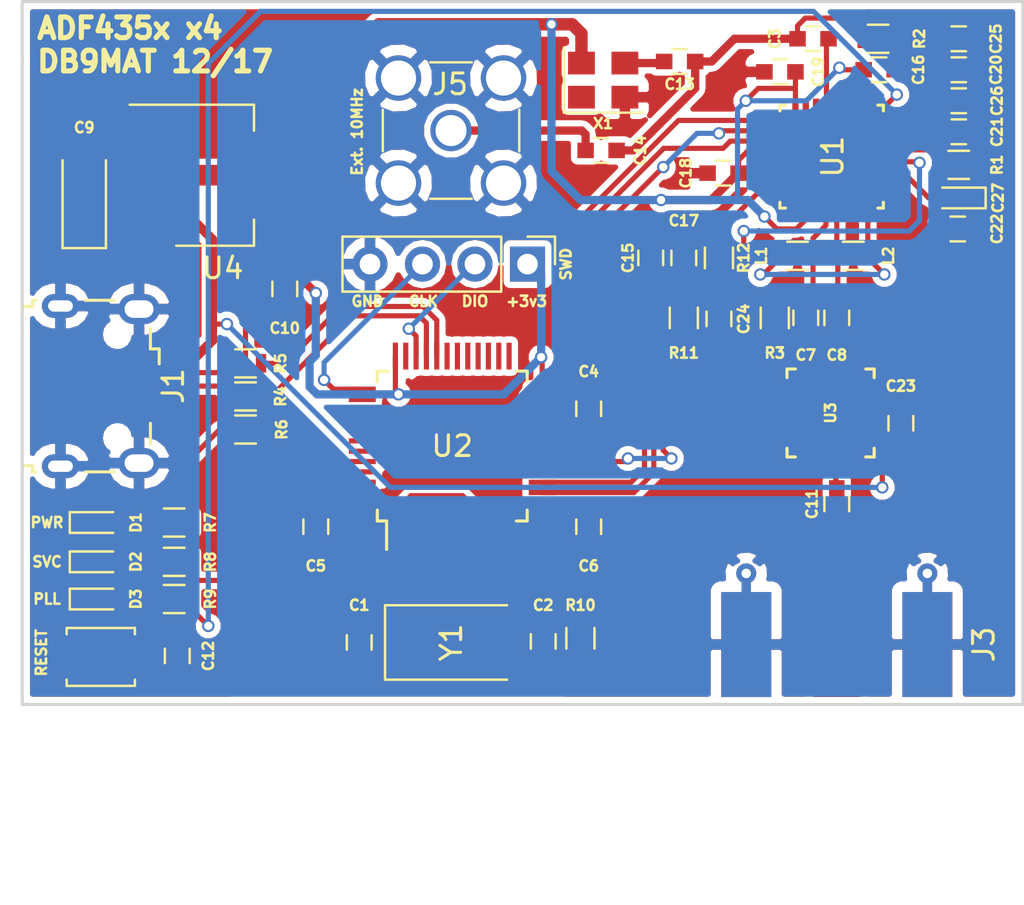
<source format=kicad_pcb>
(kicad_pcb (version 4) (host pcbnew 4.0.7)
  (layers (0 F.Cu signal) (31 B.Cu signal) (34 B.Paste user) (35 F.Paste user) (36 B.SilkS user) (37 F.SilkS user) (38 B.Mask user) (39 F.Mask user) (44 Edge.Cuts user))
  (net 0 "")
  (net 1 GND)
  (net 2 "Net-(C1-Pad1)")
  (net 3 "Net-(C2-Pad1)")
  (net 4 10MHz_REF)
  (net 5 "Net-(C3-Pad1)")
  (net 6 +3V3)
  (net 7 "Net-(C7-Pad2)")
  (net 8 "Net-(C7-Pad1)")
  (net 9 "Net-(C8-Pad2)")
  (net 10 "Net-(C8-Pad1)")
  (net 11 +5V)
  (net 12 "Net-(C11-Pad2)")
  (net 13 "Net-(C11-Pad1)")
  (net 14 NRST)
  (net 15 "Net-(C13-Pad2)")
  (net 16 "Net-(C14-Pad2)")
  (net 17 ADF4350_CPOUT)
  (net 18 "Net-(C17-Pad1)")
  (net 19 ADF4350_VREF)
  (net 20 ADF4350_VCOM)
  (net 21 ADF4350_TEMP)
  (net 22 ADF4350_VTUNE)
  (net 23 "Net-(D1-Pad2)")
  (net 24 "Net-(D2-Pad2)")
  (net 25 LED)
  (net 26 "Net-(D3-Pad2)")
  (net 27 "Net-(J1-Pad2)")
  (net 28 "Net-(J1-Pad3)")
  (net 29 ADF4350_CLK)
  (net 30 ADF4350_DATA)
  (net 31 ADF4350_LE)
  (net 32 ADF4350_MUXOUT)
  (net 33 ADF4350_LD)
  (net 34 SWDIO)
  (net 35 SWCLK)
  (net 36 ADF4350_VVCO)
  (net 37 "Net-(R1-Pad1)")
  (net 38 USBDP)
  (net 39 USBDM)
  (net 40 "Net-(U1-Pad5)")
  (net 41 "Net-(U1-Pad14)")
  (net 42 "Net-(U1-Pad15)")
  (module Capacitors_SMD:C_0603 (layer F.Cu) (at 155.9 82 270)
    (fp_text reference C1 (at -1.8 0 360) (layer F.SilkS) (effects (font (size 0.5 0.5) (thickness 0.125))))
    (fp_text value 20p)
    (pad 2 smd rect (at 0.75 0 270) (size 0.8 0.75) (layers F.Cu F.Paste F.Mask) (net 1 GND))
    (pad 1 smd rect (at -0.75 0 270) (size 0.8 0.75) (layers F.Cu F.Paste F.Mask) (net 2 "Net-(C1-Pad1)"))
  )
  (module Capacitors_SMD:C_0603 (layer F.Cu) (at 164.8 81.95 270)
    (fp_text reference C2 (at -1.75 0 360) (layer F.SilkS) (effects (font (size 0.5 0.5) (thickness 0.125))))
    (fp_text value 20p)
    (pad 2 smd rect (at 0.75 0 270) (size 0.8 0.75) (layers F.Cu F.Paste F.Mask) (net 1 GND))
    (pad 1 smd rect (at -0.75 0 270) (size 0.8 0.75) (layers F.Cu F.Paste F.Mask) (net 3 "Net-(C2-Pad1)"))
  )
  (module Capacitors_SMD:C_0603 (layer F.Cu) (at 177.85 52.8 180)
    (fp_text reference C3 (at 1.85 0 270) (layer F.SilkS) (effects (font (size 0.5 0.5) (thickness 0.125))))
    (fp_text value 1n)
    (pad 2 smd rect (at 0.75 0 180) (size 0.8 0.75) (layers F.Cu F.Paste F.Mask) (net 4 10MHz_REF))
    (pad 1 smd rect (at -0.75 0 180) (size 0.8 0.75) (layers F.Cu F.Paste F.Mask) (net 5 "Net-(C3-Pad1)"))
  )
  (module Capacitors_SMD:C_0603 (layer F.Cu) (at 167 70.7 270)
    (fp_text reference C4 (at -1.8 0 360) (layer F.SilkS) (effects (font (size 0.5 0.5) (thickness 0.125))))
    (fp_text value 100n)
    (pad 2 smd rect (at 0.75 0 270) (size 0.8 0.75) (layers F.Cu F.Paste F.Mask) (net 1 GND))
    (pad 1 smd rect (at -0.75 0 270) (size 0.8 0.75) (layers F.Cu F.Paste F.Mask) (net 6 +3V3))
  )
  (module Capacitors_SMD:C_0603 (layer F.Cu) (at 153.8 76.4 270)
    (fp_text reference C5 (at 1.9 0 360) (layer F.SilkS) (effects (font (size 0.5 0.5) (thickness 0.125))))
    (fp_text value 100n)
    (pad 2 smd rect (at 0.75 0 270) (size 0.8 0.75) (layers F.Cu F.Paste F.Mask) (net 1 GND))
    (pad 1 smd rect (at -0.75 0 270) (size 0.8 0.75) (layers F.Cu F.Paste F.Mask) (net 6 +3V3))
  )
  (module Capacitors_SMD:C_0603 (layer F.Cu) (at 167 76.4 90)
    (fp_text reference C6 (at -1.9 0 180) (layer F.SilkS) (effects (font (size 0.5 0.5) (thickness 0.125))))
    (fp_text value 100n)
    (pad 2 smd rect (at 0.75 0 90) (size 0.8 0.75) (layers F.Cu F.Paste F.Mask) (net 1 GND))
    (pad 1 smd rect (at -0.75 0 90) (size 0.8 0.75) (layers F.Cu F.Paste F.Mask) (net 6 +3V3))
  )
  (module Capacitors_SMD:C_0603 (layer F.Cu) (at 177.5 66.3 90)
    (fp_text reference C7 (at -1.8 0 180) (layer F.SilkS) (effects (font (size 0.5 0.5) (thickness 0.125))))
    (fp_text value 1n)
    (pad 2 smd rect (at 0.75 0 90) (size 0.8 0.75) (layers F.Cu F.Paste F.Mask) (net 7 "Net-(C7-Pad2)"))
    (pad 1 smd rect (at -0.75 0 90) (size 0.8 0.75) (layers F.Cu F.Paste F.Mask) (net 8 "Net-(C7-Pad1)"))
  )
  (module Capacitors_SMD:C_0603 (layer F.Cu) (at 179 66.3 90)
    (fp_text reference C8 (at -1.8 0 180) (layer F.SilkS) (effects (font (size 0.5 0.5) (thickness 0.125))))
    (fp_text value 1n)
    (pad 2 smd rect (at 0.75 0 90) (size 0.8 0.75) (layers F.Cu F.Paste F.Mask) (net 9 "Net-(C8-Pad2)"))
    (pad 1 smd rect (at -0.75 0 90) (size 0.8 0.75) (layers F.Cu F.Paste F.Mask) (net 10 "Net-(C8-Pad1)"))
  )
  (module Capacitors_Tantalum_SMD:CP_Tantalum_Case-A_EIA-3216-18_Reflow (layer F.Cu) (at 142.6 60.275 90)
    (fp_text reference C9 (at 3.175 0 180) (layer F.SilkS) (effects (font (size 0.5 0.5) (thickness 0.125))))
    (fp_text value 10u)
    (pad 1 smd rect (at -1.375 0 90) (size 1.95 1.5) (layers F.Cu F.Paste F.Mask) (net 11 +5V))
    (pad 2 smd rect (at 1.375 0 90) (size 1.95 1.5) (layers F.Cu F.Paste F.Mask) (net 1 GND))
  )
  (module Capacitors_SMD:C_0603 (layer F.Cu) (at 152.3 64.9 270)
    (fp_text reference C10 (at 1.9 0 360) (layer F.SilkS) (effects (font (size 0.5 0.5) (thickness 0.125))))
    (fp_text value 10u)
    (pad 2 smd rect (at 0.75 0 270) (size 0.8 0.75) (layers F.Cu F.Paste F.Mask) (net 1 GND))
    (pad 1 smd rect (at -0.75 0 270) (size 0.8 0.75) (layers F.Cu F.Paste F.Mask) (net 6 +3V3))
  )
  (module Capacitors_SMD:C_0603 (layer F.Cu) (at 179 75.3 90)
    (fp_text reference C11 (at 0 -1.2 90) (layer F.SilkS) (effects (font (size 0.5 0.5) (thickness 0.125))))
    (fp_text value 1n)
    (pad 2 smd rect (at 0.75 0 90) (size 0.8 0.75) (layers F.Cu F.Paste F.Mask) (net 12 "Net-(C11-Pad2)"))
    (pad 1 smd rect (at -0.75 0 90) (size 0.8 0.75) (layers F.Cu F.Paste F.Mask) (net 13 "Net-(C11-Pad1)"))
  )
  (module Capacitors_SMD:C_0603 (layer F.Cu) (at 147.1 82.65 270)
    (fp_text reference C12 (at 0 -1.5 270) (layer F.SilkS) (effects (font (size 0.5 0.5) (thickness 0.125))))
    (fp_text value 100n)
    (pad 2 smd rect (at 0.75 0 270) (size 0.8 0.75) (layers F.Cu F.Paste F.Mask) (net 1 GND))
    (pad 1 smd rect (at -0.75 0 270) (size 0.8 0.75) (layers F.Cu F.Paste F.Mask) (net 14 NRST))
  )
  (module Capacitors_SMD:C_0603 (layer F.Cu) (at 171.4 53.9 180)
    (fp_text reference C13 (at 0 -1.1 180) (layer F.SilkS) (effects (font (size 0.5 0.5) (thickness 0.125))))
    (fp_text value 1n)
    (pad 2 smd rect (at 0.75 0 180) (size 0.8 0.75) (layers F.Cu F.Paste F.Mask) (net 15 "Net-(C13-Pad2)"))
    (pad 1 smd rect (at -0.75 0 180) (size 0.8 0.75) (layers F.Cu F.Paste F.Mask) (net 4 10MHz_REF))
  )
  (module Capacitors_SMD:C_0603 (layer F.Cu) (at 167.6 58.2 180)
    (fp_text reference C14 (at -1.9 0 270) (layer F.SilkS) (effects (font (size 0.5 0.5) (thickness 0.125))))
    (fp_text value 1n)
    (pad 2 smd rect (at 0.75 0 180) (size 0.8 0.75) (layers F.Cu F.Paste F.Mask) (net 16 "Net-(C14-Pad2)"))
    (pad 1 smd rect (at -0.75 0 180) (size 0.8 0.75) (layers F.Cu F.Paste F.Mask) (net 4 10MHz_REF))
  )
  (module Capacitors_SMD:C_0603 (layer F.Cu) (at 170 63.4 90)
    (fp_text reference C15 (at 0 -1.1 90) (layer F.SilkS) (effects (font (size 0.5 0.5) (thickness 0.125))))
    (fp_text value 2700p)
    (pad 2 smd rect (at 0.75 0 90) (size 0.8 0.75) (layers F.Cu F.Paste F.Mask) (net 17 ADF4350_CPOUT))
    (pad 1 smd rect (at -0.75 0 90) (size 0.8 0.75) (layers F.Cu F.Paste F.Mask) (net 1 GND))
  )
  (module Capacitors_SMD:C_0603 (layer F.Cu) (at 181.05 54.3 180)
    (fp_text reference C16 (at -1.9 0 270) (layer F.SilkS) (effects (font (size 0.5 0.5) (thickness 0.125))))
    (fp_text value 0.1u)
    (pad 2 smd rect (at 0.75 0 180) (size 0.8 0.75) (layers F.Cu F.Paste F.Mask) (net 6 +3V3))
    (pad 1 smd rect (at -0.75 0 180) (size 0.8 0.75) (layers F.Cu F.Paste F.Mask) (net 1 GND))
  )
  (module Capacitors_SMD:C_0603 (layer F.Cu) (at 171.6 63.4 90)
    (fp_text reference C17 (at 1.8 0 180) (layer F.SilkS) (effects (font (size 0.5 0.5) (thickness 0.125))))
    (fp_text value 39n)
    (pad 2 smd rect (at 0.75 0 90) (size 0.8 0.75) (layers F.Cu F.Paste F.Mask) (net 17 ADF4350_CPOUT))
    (pad 1 smd rect (at -0.75 0 90) (size 0.8 0.75) (layers F.Cu F.Paste F.Mask) (net 18 "Net-(C17-Pad1)"))
  )
  (module Capacitors_SMD:C_0603 (layer F.Cu) (at 173.5 59.3)
    (fp_text reference C18 (at -1.8 0 90) (layer F.SilkS) (effects (font (size 0.5 0.5) (thickness 0.125))))
    (fp_text value 0.1u)
    (pad 2 smd rect (at 0.75 0) (size 0.8 0.75) (layers F.Cu F.Paste F.Mask) (net 6 +3V3))
    (pad 1 smd rect (at -0.75 0) (size 0.8 0.75) (layers F.Cu F.Paste F.Mask) (net 1 GND))
  )
  (module Capacitors_SMD:C_0603 (layer F.Cu) (at 176.25 54.4)
    (fp_text reference C19 (at 1.85 0 90) (layer F.SilkS) (effects (font (size 0.5 0.5) (thickness 0.125))))
    (fp_text value 0.1u)
    (pad 2 smd rect (at 0.75 0) (size 0.8 0.75) (layers F.Cu F.Paste F.Mask) (net 6 +3V3))
    (pad 1 smd rect (at -0.75 0) (size 0.8 0.75) (layers F.Cu F.Paste F.Mask) (net 1 GND))
  )
  (module Capacitors_SMD:C_0603 (layer F.Cu) (at 184.9 54.3 180)
    (fp_text reference C20 (at -1.8 0 270) (layer F.SilkS) (effects (font (size 0.5 0.5) (thickness 0.125))))
    (fp_text value 0.1u)
    (pad 2 smd rect (at 0.75 0 180) (size 0.8 0.75) (layers F.Cu F.Paste F.Mask) (net 19 ADF4350_VREF))
    (pad 1 smd rect (at -0.75 0 180) (size 0.8 0.75) (layers F.Cu F.Paste F.Mask) (net 1 GND))
  )
  (module Capacitors_SMD:C_0603 (layer F.Cu) (at 184.9 57.3 180)
    (fp_text reference C21 (at -1.85 0 270) (layer F.SilkS) (effects (font (size 0.5 0.5) (thickness 0.125))))
    (fp_text value 0.1u)
    (pad 2 smd rect (at 0.75 0 180) (size 0.8 0.75) (layers F.Cu F.Paste F.Mask) (net 20 ADF4350_VCOM))
    (pad 1 smd rect (at -0.75 0 180) (size 0.8 0.75) (layers F.Cu F.Paste F.Mask) (net 1 GND))
  )
  (module Capacitors_SMD:C_0603 (layer F.Cu) (at 184.85 62 180)
    (fp_text reference C22 (at -1.9 0 270) (layer F.SilkS) (effects (font (size 0.5 0.5) (thickness 0.125))))
    (fp_text value 0.1u)
    (pad 2 smd rect (at 0.75 0 180) (size 0.8 0.75) (layers F.Cu F.Paste F.Mask) (net 21 ADF4350_TEMP))
    (pad 1 smd rect (at -0.75 0 180) (size 0.8 0.75) (layers F.Cu F.Paste F.Mask) (net 1 GND))
  )
  (module Capacitors_SMD:C_0603 (layer F.Cu) (at 182.1 71.4 270)
    (fp_text reference C23 (at -1.8 0 360) (layer F.SilkS) (effects (font (size 0.5 0.5) (thickness 0.125))))
    (fp_text value 0.1u)
    (pad 2 smd rect (at 0.75 0 270) (size 0.8 0.75) (layers F.Cu F.Paste F.Mask) (net 11 +5V))
    (pad 1 smd rect (at -0.75 0 270) (size 0.8 0.75) (layers F.Cu F.Paste F.Mask) (net 1 GND))
  )
  (module Capacitors_SMD:C_0603 (layer F.Cu) (at 173.3 66.35 90)
    (fp_text reference C24 (at 0 1.2 90) (layer F.SilkS) (effects (font (size 0.5 0.5) (thickness 0.125))))
    (fp_text value 1200p)
    (pad 2 smd rect (at 0.75 0 90) (size 0.8 0.75) (layers F.Cu F.Paste F.Mask) (net 22 ADF4350_VTUNE))
    (pad 1 smd rect (at -0.75 0 90) (size 0.8 0.75) (layers F.Cu F.Paste F.Mask) (net 1 GND))
  )
  (module Capacitors_SMD:C_0603 (layer F.Cu) (at 184.9 52.8 180)
    (fp_text reference C25 (at -1.8 0 270) (layer F.SilkS) (effects (font (size 0.5 0.5) (thickness 0.125))))
    (fp_text value 10p)
    (pad 2 smd rect (at 0.75 0 180) (size 0.8 0.75) (layers F.Cu F.Paste F.Mask) (net 19 ADF4350_VREF))
    (pad 1 smd rect (at -0.75 0 180) (size 0.8 0.75) (layers F.Cu F.Paste F.Mask) (net 1 GND))
  )
  (module Capacitors_SMD:C_0603 (layer F.Cu) (at 184.9 55.8 180)
    (fp_text reference C26 (at -1.85 0 270) (layer F.SilkS) (effects (font (size 0.5 0.5) (thickness 0.125))))
    (fp_text value 10p)
    (pad 2 smd rect (at 0.75 0 180) (size 0.8 0.75) (layers F.Cu F.Paste F.Mask) (net 20 ADF4350_VCOM))
    (pad 1 smd rect (at -0.75 0 180) (size 0.8 0.75) (layers F.Cu F.Paste F.Mask) (net 1 GND))
  )
  (module LEDs:LED_0603 (layer F.Cu) (at 184.9 60.5 180)
    (fp_text reference C27 (at -1.9 0 270) (layer F.SilkS) (effects (font (size 0.5 0.5) (thickness 0.125))))
    (fp_text value 10p)
    (pad 2 smd rect (at 0.8 0) (size 0.8 0.8) (layers F.Cu F.Paste F.Mask) (net 21 ADF4350_TEMP))
    (pad 1 smd rect (at -0.8 0) (size 0.8 0.8) (layers F.Cu F.Paste F.Mask) (net 1 GND))
  )
  (module LEDs:LED_0603 (layer F.Cu) (at 143.2 76.2)
    (fp_text reference D1 (at 1.9 0 90) (layer F.SilkS) (effects (font (size 0.5 0.5) (thickness 0.125))))
    (fp_text value PWR)
    (pad 2 smd rect (at 0.8 0 180) (size 0.8 0.8) (layers F.Cu F.Paste F.Mask) (net 23 "Net-(D1-Pad2)"))
    (pad 1 smd rect (at -0.8 0 180) (size 0.8 0.8) (layers F.Cu F.Paste F.Mask) (net 1 GND))
  )
  (module LEDs:LED_0603 (layer F.Cu) (at 143.2 78.1)
    (fp_text reference D2 (at 1.9 0 90) (layer F.SilkS) (effects (font (size 0.5 0.5) (thickness 0.125))))
    (fp_text value LED)
    (pad 2 smd rect (at 0.8 0 180) (size 0.8 0.8) (layers F.Cu F.Paste F.Mask) (net 24 "Net-(D2-Pad2)"))
    (pad 1 smd rect (at -0.8 0 180) (size 0.8 0.8) (layers F.Cu F.Paste F.Mask) (net 25 LED))
  )
  (module LEDs:LED_0603 (layer F.Cu) (at 143.2 79.9)
    (fp_text reference D3 (at 1.9 0 90) (layer F.SilkS) (effects (font (size 0.5 0.5) (thickness 0.125))))
    (fp_text value PLL)
    (pad 2 smd rect (at 0.8 0 180) (size 0.8 0.8) (layers F.Cu F.Paste F.Mask) (net 26 "Net-(D3-Pad2)"))
    (pad 1 smd rect (at -0.8 0 180) (size 0.8 0.8) (layers F.Cu F.Paste F.Mask) (net 1 GND))
  )
  (module Connectors_USB:USB_Micro-B_Wuerth-629105150521 (layer F.Cu) (at 143.4 69.6 270)
    (fp_text reference J1 (at 0 -3.5 270) (layer F.SilkS))
    (fp_text value USB_OTG)
    (pad 1 smd rect (at -1.3 -1.9 270) (size 0.45 1.3) (layers F.Cu F.Paste F.Mask) (net 11 +5V))
    (pad 2 smd rect (at -0.65 -1.9 270) (size 0.45 1.3) (layers F.Cu F.Paste F.Mask) (net 27 "Net-(J1-Pad2)"))
    (pad 3 smd rect (at 0 -1.9 270) (size 0.45 1.3) (layers F.Cu F.Paste F.Mask) (net 28 "Net-(J1-Pad3)"))
    (pad 4 smd rect (at 0.65 -1.9 270) (size 0.45 1.3) (layers F.Cu F.Paste F.Mask))
    (pad 5 smd rect (at 1.3 -1.9 270) (size 0.45 1.3) (layers F.Cu F.Paste F.Mask) (net 1 GND))
    (pad 6 thru_hole oval (at -3.725 -1.85 270) (size 1.45 2) (drill oval 0.85 1.4) (layers *.Cu *.Mask) (net 1 GND))
    (pad 6 thru_hole oval (at 3.725 -1.85 270) (size 1.45 2) (drill oval 0.85 1.4) (layers *.Cu *.Mask) (net 1 GND))
    (pad 6 thru_hole oval (at -3.875 1.95 270) (size 1.15 1.8) (drill oval 0.55 1.2) (layers *.Cu *.Mask) (net 1 GND))
    (pad 6 thru_hole oval (at 3.875 1.95 270) (size 1.15 1.8) (drill oval 0.55 1.2) (layers *.Cu *.Mask) (net 1 GND))
    (pad "" np_thru_hole oval (at -2.5 -0.8 270) (size 0.8 0.8) (drill 0.8) (layers *.Cu *.Mask))
    (pad "" np_thru_hole oval (at 2.5 -0.8 270) (size 0.8 0.8) (drill 0.8) (layers *.Cu *.Mask))
  )
  (module Connectors_Molex:Molex_SMA_Jack_Edge_Mount (layer F.Cu) (at 179 80.38 90)
    (fp_text reference J3 (at -1.72 7.11 90) (layer F.SilkS))
    (fp_text value LO_OUT)
    (pad 1 smd rect (at -1.72 0 90) (size 5.08 2.29) (layers F.Cu F.Paste F.Mask) (net 13 "Net-(C11-Pad1)"))
    (pad 2 smd rect (at -1.72 -4.38 90) (size 5.08 2.42) (layers F.Cu F.Paste F.Mask) (net 1 GND))
    (pad 2 smd rect (at -1.72 4.38 90) (size 5.08 2.42) (layers F.Cu F.Paste F.Mask) (net 1 GND))
    (pad 2 smd rect (at -1.72 -4.38 90) (size 5.08 2.42) (layers B.Cu B.Paste B.Mask) (net 1 GND))
    (pad 2 smd rect (at -1.72 4.38 90) (size 5.08 2.42) (layers B.Cu B.Paste B.Mask) (net 1 GND))
    (pad 2 thru_hole circle (at 1.72 -4.38 90) (size 0.97 0.97) (drill 0.46) (layers *.Cu) (net 1 GND))
    (pad 2 thru_hole circle (at 1.72 4.38 90) (size 0.97 0.97) (drill 0.46) (layers *.Cu) (net 1 GND))
    (pad 2 smd rect (at 1.27 -4.38 90) (size 0.89 0.46) (layers F.Cu) (net 1 GND))
    (pad 2 smd rect (at 1.27 4.38 90) (size 0.89 0.46) (layers F.Cu) (net 1 GND))
    (pad 2 smd rect (at 1.27 -4.38 90) (size 0.89 0.46) (layers B.Cu) (net 1 GND))
    (pad 2 smd rect (at 1.27 4.38 90) (size 0.89 0.46) (layers B.Cu) (net 1 GND))
  )
  (module Pin_Headers:Pin_Header_Straight_1x04_Pitch2.54mm (layer F.Cu) (at 164.04 63.7 270)
    (fp_text reference J4 hide)
    (fp_text value STLINK)
    (pad 1 thru_hole rect (at 0 0 270) (size 1.7 1.7) (drill 1) (layers *.Cu *.Mask) (net 6 +3V3))
    (pad 2 thru_hole oval (at 0 2.54 270) (size 1.7 1.7) (drill 1) (layers *.Cu *.Mask) (net 34 SWDIO))
    (pad 3 thru_hole oval (at 0 5.08 270) (size 1.7 1.7) (drill 1) (layers *.Cu *.Mask) (net 35 SWCLK))
    (pad 4 thru_hole oval (at 0 7.62 270) (size 1.7 1.7) (drill 1) (layers *.Cu *.Mask) (net 1 GND))
  )
  (module Inductors_SMD:L_0603 (layer F.Cu) (at 177.1 63.3)
    (fp_text reference L1 (at -1.75 0 90) (layer F.SilkS) (effects (font (size 0.5 0.5) (thickness 0.125))))
    (fp_text value 3.9n)
    (pad 1 smd rect (at -0.75 0) (size 0.5 0.9) (layers F.Cu F.Paste F.Mask) (net 36 ADF4350_VVCO))
    (pad 2 smd rect (at 0.75 0) (size 0.5 0.9) (layers F.Cu F.Paste F.Mask) (net 7 "Net-(C7-Pad2)"))
  )
  (module Inductors_SMD:L_0603 (layer F.Cu) (at 179.8 63.3 180)
    (fp_text reference L2 (at -1.7 0 270) (layer F.SilkS) (effects (font (size 0.5 0.5) (thickness 0.125))))
    (fp_text value 3.9n)
    (pad 1 smd rect (at -0.75 0 180) (size 0.5 0.9) (layers F.Cu F.Paste F.Mask) (net 36 ADF4350_VVCO))
    (pad 2 smd rect (at 0.75 0 180) (size 0.5 0.9) (layers F.Cu F.Paste F.Mask) (net 9 "Net-(C8-Pad2)"))
  )
  (module Resistors_SMD:R_0603 (layer F.Cu) (at 184.9 58.9)
    (fp_text reference R1 (at 1.85 0 90) (layer F.SilkS) (effects (font (size 0.5 0.5) (thickness 0.125))))
    (fp_text value 4k7)
    (pad 1 smd rect (at -0.75 0) (size 0.5 0.9) (layers F.Cu F.Paste F.Mask) (net 37 "Net-(R1-Pad1)"))
    (pad 2 smd rect (at 0.75 0) (size 0.5 0.9) (layers F.Cu F.Paste F.Mask) (net 1 GND))
  )
  (module Resistors_SMD:R_0603 (layer F.Cu) (at 181 52.8)
    (fp_text reference R2 (at 2 0 90) (layer F.SilkS) (effects (font (size 0.5 0.5) (thickness 0.125))))
    (fp_text value 51R)
    (pad 1 smd rect (at -0.75 0) (size 0.5 0.9) (layers F.Cu F.Paste F.Mask) (net 4 10MHz_REF))
    (pad 2 smd rect (at 0.75 0) (size 0.5 0.9) (layers F.Cu F.Paste F.Mask) (net 1 GND))
  )
  (module Resistors_SMD:R_0603 (layer F.Cu) (at 176 66.3 90)
    (fp_text reference R3 (at -1.7 0 180) (layer F.SilkS) (effects (font (size 0.5 0.5) (thickness 0.125))))
    (fp_text value 51R)
    (pad 1 smd rect (at -0.75 0 90) (size 0.5 0.9) (layers F.Cu F.Paste F.Mask) (net 8 "Net-(C7-Pad1)"))
    (pad 2 smd rect (at 0.75 0 90) (size 0.5 0.9) (layers F.Cu F.Paste F.Mask) (net 1 GND))
  )
  (module Resistors_SMD:R_0603 (layer F.Cu) (at 150.4 70.1)
    (fp_text reference R4 (at 1.7 0 90) (layer F.SilkS) (effects (font (size 0.5 0.5) (thickness 0.125))))
    (fp_text value 20)
    (pad 1 smd rect (at -0.75 0) (size 0.5 0.9) (layers F.Cu F.Paste F.Mask) (net 28 "Net-(J1-Pad3)"))
    (pad 2 smd rect (at 0.75 0) (size 0.5 0.9) (layers F.Cu F.Paste F.Mask) (net 38 USBDP))
  )
  (module Resistors_SMD:R_0603 (layer F.Cu) (at 150.4 68.5 180)
    (fp_text reference R5 (at -1.7 0 270) (layer F.SilkS) (effects (font (size 0.5 0.5) (thickness 0.125))))
    (fp_text value 20)
    (pad 1 smd rect (at -0.75 0 180) (size 0.5 0.9) (layers F.Cu F.Paste F.Mask) (net 39 USBDM))
    (pad 2 smd rect (at 0.75 0 180) (size 0.5 0.9) (layers F.Cu F.Paste F.Mask) (net 27 "Net-(J1-Pad2)"))
  )
  (module Resistors_SMD:R_0603 (layer F.Cu) (at 150.4 71.7)
    (fp_text reference R6 (at 1.75 0 90) (layer F.SilkS) (effects (font (size 0.5 0.5) (thickness 0.125))))
    (fp_text value 1k5)
    (pad 1 smd rect (at -0.75 0) (size 0.5 0.9) (layers F.Cu F.Paste F.Mask) (net 6 +3V3))
    (pad 2 smd rect (at 0.75 0) (size 0.5 0.9) (layers F.Cu F.Paste F.Mask) (net 38 USBDP))
  )
  (module Resistors_SMD:R_0603 (layer F.Cu) (at 146.95 76.2)
    (fp_text reference R7 (at 1.75 0 90) (layer F.SilkS) (effects (font (size 0.5 0.5) (thickness 0.125))))
    (fp_text value 510)
    (pad 1 smd rect (at -0.75 0) (size 0.5 0.9) (layers F.Cu F.Paste F.Mask) (net 23 "Net-(D1-Pad2)"))
    (pad 2 smd rect (at 0.75 0) (size 0.5 0.9) (layers F.Cu F.Paste F.Mask) (net 6 +3V3))
  )
  (module Resistors_SMD:R_0603 (layer F.Cu) (at 146.95 78.1)
    (fp_text reference R8 (at 1.75 0 90) (layer F.SilkS) (effects (font (size 0.5 0.5) (thickness 0.125))))
    (fp_text value 510)
    (pad 1 smd rect (at -0.75 0) (size 0.5 0.9) (layers F.Cu F.Paste F.Mask) (net 24 "Net-(D2-Pad2)"))
    (pad 2 smd rect (at 0.75 0) (size 0.5 0.9) (layers F.Cu F.Paste F.Mask) (net 6 +3V3))
  )
  (module Resistors_SMD:R_0603 (layer F.Cu) (at 146.95 79.9)
    (fp_text reference R9 (at 1.75 0 90) (layer F.SilkS) (effects (font (size 0.5 0.5) (thickness 0.125))))
    (fp_text value 510)
    (pad 1 smd rect (at -0.75 0) (size 0.5 0.9) (layers F.Cu F.Paste F.Mask) (net 26 "Net-(D3-Pad2)"))
    (pad 2 smd rect (at 0.75 0) (size 0.5 0.9) (layers F.Cu F.Paste F.Mask) (net 33 ADF4350_LD))
  )
  (module Resistors_SMD:R_0603 (layer F.Cu) (at 166.6 81.8 90)
    (fp_text reference R10 (at 1.6 0 180) (layer F.SilkS) (effects (font (size 0.5 0.5) (thickness 0.125))))
    (fp_text value 10k)
    (pad 1 smd rect (at -0.75 0 90) (size 0.5 0.9) (layers F.Cu F.Paste F.Mask) (net 14 NRST))
    (pad 2 smd rect (at 0.75 0 90) (size 0.5 0.9) (layers F.Cu F.Paste F.Mask) (net 6 +3V3))
  )
  (module Resistors_SMD:R_0603 (layer F.Cu) (at 171.6 66.3 270)
    (fp_text reference R11 (at 1.7 0 360) (layer F.SilkS) (effects (font (size 0.5 0.5) (thickness 0.125))))
    (fp_text value 360R)
    (pad 1 smd rect (at -0.75 0 270) (size 0.5 0.9) (layers F.Cu F.Paste F.Mask) (net 18 "Net-(C17-Pad1)"))
    (pad 2 smd rect (at 0.75 0 270) (size 0.5 0.9) (layers F.Cu F.Paste F.Mask) (net 1 GND))
  )
  (module Resistors_SMD:R_0603 (layer F.Cu) (at 173.3 63.4 90)
    (fp_text reference R12 (at 0 1.2 90) (layer F.SilkS) (effects (font (size 0.5 0.5) (thickness 0.125))))
    (fp_text value 680R)
    (pad 1 smd rect (at -0.75 0 90) (size 0.5 0.9) (layers F.Cu F.Paste F.Mask) (net 22 ADF4350_VTUNE))
    (pad 2 smd rect (at 0.75 0 90) (size 0.5 0.9) (layers F.Cu F.Paste F.Mask) (net 17 ADF4350_CPOUT))
  )
  (module Buttons_Switches_SMD:SW_SPST_B3U-1000P (layer F.Cu) (at 143.4 82.7 180)
    (fp_text reference RESET (at 2.875 0.2 270) (layer F.SilkS) (effects (font (size 0.5 0.5) (thickness 0.125))))
    (fp_text value RESET)
    (pad 1 smd rect (at -1.7 0 180) (size 0.9 1.7) (layers F.Cu F.Paste F.Mask) (net 14 NRST))
    (pad 2 smd rect (at 1.7 0 180) (size 0.9 1.7) (layers F.Cu F.Paste F.Mask) (net 1 GND))
  )
  (module ADF4350:ADF4350BCPZ-RL (layer F.Cu) (at 178.75 58.4997)
    (fp_text reference U1 (at 0.05 0.0003 90) (layer F.SilkS))
    (fp_text value ADF4350BCPZ hide)
    (pad 1 smd rect (at -2.4003 -1.749999 90) (size 0.3048 0.8128) (layers F.Cu) (net 29 ADF4350_CLK))
    (pad 2 smd rect (at -2.4003 -1.25 90) (size 0.3048 0.8128) (layers F.Cu) (net 30 ADF4350_DATA))
    (pad 3 smd rect (at -2.4003 -0.750001 90) (size 0.3048 0.8128) (layers F.Cu) (net 31 ADF4350_LE))
    (pad 4 smd rect (at -2.4003 -0.25 90) (size 0.3048 0.8128) (layers F.Cu) (net 6 +3V3))
    (pad 5 smd rect (at -2.4003 0.25 90) (size 0.3048 0.8128) (layers F.Cu) (net 40 "Net-(U1-Pad5)"))
    (pad 6 smd rect (at -2.4003 0.750001 90) (size 0.3048 0.8128) (layers F.Cu) (net 6 +3V3))
    (pad 7 smd rect (at -2.4003 1.25 90) (size 0.3048 0.8128) (layers F.Cu) (net 17 ADF4350_CPOUT))
    (pad 8 smd rect (at -2.4003 1.749999 90) (size 0.3048 0.8128) (layers F.Cu) (net 1 GND))
    (pad 9 smd rect (at -1.749999 2.4003) (size 0.3048 0.8128) (layers F.Cu) (net 1 GND))
    (pad 10 smd rect (at -1.25 2.4003) (size 0.3048 0.8128) (layers F.Cu) (net 6 +3V3))
    (pad 11 smd rect (at -0.750001 2.4003) (size 0.3048 0.8128) (layers F.Cu) (net 1 GND))
    (pad 12 smd rect (at -0.25 2.4003) (size 0.3048 0.8128) (layers F.Cu) (net 7 "Net-(C7-Pad2)"))
    (pad 13 smd rect (at 0.25 2.4003) (size 0.3048 0.8128) (layers F.Cu) (net 9 "Net-(C8-Pad2)"))
    (pad 14 smd rect (at 0.750001 2.4003) (size 0.3048 0.8128) (layers F.Cu) (net 41 "Net-(U1-Pad14)"))
    (pad 15 smd rect (at 1.25 2.4003) (size 0.3048 0.8128) (layers F.Cu) (net 42 "Net-(U1-Pad15)"))
    (pad 16 smd rect (at 1.749999 2.4003) (size 0.3048 0.8128) (layers F.Cu) (net 36 ADF4350_VVCO))
    (pad 17 smd rect (at 2.4003 1.749999 90) (size 0.3048 0.8128) (layers F.Cu) (net 36 ADF4350_VVCO))
    (pad 18 smd rect (at 2.4003 1.25 90) (size 0.3048 0.8128) (layers F.Cu) (net 1 GND))
    (pad 19 smd rect (at 2.4003 0.750001 90) (size 0.3048 0.8128) (layers F.Cu) (net 21 ADF4350_TEMP))
    (pad 20 smd rect (at 2.4003 0.25 90) (size 0.3048 0.8128) (layers F.Cu) (net 22 ADF4350_VTUNE))
    (pad 21 smd rect (at 2.4003 -0.25 90) (size 0.3048 0.8128) (layers F.Cu) (net 1 GND))
    (pad 22 smd rect (at 2.4003 -0.750001 90) (size 0.3048 0.8128) (layers F.Cu) (net 37 "Net-(R1-Pad1)"))
    (pad 23 smd rect (at 2.4003 -1.25 90) (size 0.3048 0.8128) (layers F.Cu) (net 20 ADF4350_VCOM))
    (pad 24 smd rect (at 2.4003 -1.749999 90) (size 0.3048 0.8128) (layers F.Cu) (net 19 ADF4350_VREF))
    (pad 25 smd rect (at 1.749999 -2.4003) (size 0.3048 0.8128) (layers F.Cu) (net 33 ADF4350_LD))
    (pad 26 smd rect (at 1.25 -2.4003) (size 0.3048 0.8128) (layers F.Cu) (net 6 +3V3))
    (pad 27 smd rect (at 0.750001 -2.4003) (size 0.3048 0.8128) (layers F.Cu) (net 1 GND))
    (pad 28 smd rect (at 0.25 -2.4003) (size 0.3048 0.8128) (layers F.Cu) (net 6 +3V3))
    (pad 29 smd rect (at -0.25 -2.4003) (size 0.3048 0.8128) (layers F.Cu) (net 5 "Net-(C3-Pad1)"))
    (pad 30 smd rect (at -0.750001 -2.4003) (size 0.3048 0.8128) (layers F.Cu) (net 32 ADF4350_MUXOUT))
    (pad 31 smd rect (at -1.25 -2.4003) (size 0.3048 0.8128) (layers F.Cu) (net 1 GND))
    (pad 32 smd rect (at -1.749999 -2.4003) (size 0.3048 0.8128) (layers F.Cu) (net 6 +3V3))
    (pad 33 smd rect (at 0 0) (size 3.2512 3.2512) (layers F.Cu) (net 1 GND))
  )
  (module Housings_QFP:LQFP-48_7x7mm_Pitch0.5mm (layer F.Cu) (at 160.4 72.5 90)
    (fp_text reference U2 (at 0 0 180) (layer F.SilkS))
    (fp_text value STM32F103C8T6)
    (pad 1 smd rect (at -4.35 -2.75 90) (size 1.3 0.25) (layers F.Cu F.Paste F.Mask) (net 6 +3V3))
    (pad 2 smd rect (at -4.35 -2.25 90) (size 1.3 0.25) (layers F.Cu F.Paste F.Mask) (net 25 LED))
    (pad 3 smd rect (at -4.35 -1.75 90) (size 1.3 0.25) (layers F.Cu F.Paste F.Mask))
    (pad 4 smd rect (at -4.35 -1.25 90) (size 1.3 0.25) (layers F.Cu F.Paste F.Mask))
    (pad 5 smd rect (at -4.35 -0.75 90) (size 1.3 0.25) (layers F.Cu F.Paste F.Mask) (net 2 "Net-(C1-Pad1)"))
    (pad 6 smd rect (at -4.35 -0.25 90) (size 1.3 0.25) (layers F.Cu F.Paste F.Mask) (net 3 "Net-(C2-Pad1)"))
    (pad 7 smd rect (at -4.35 0.25 90) (size 1.3 0.25) (layers F.Cu F.Paste F.Mask) (net 14 NRST))
    (pad 8 smd rect (at -4.35 0.75 90) (size 1.3 0.25) (layers F.Cu F.Paste F.Mask) (net 1 GND))
    (pad 9 smd rect (at -4.35 1.25 90) (size 1.3 0.25) (layers F.Cu F.Paste F.Mask) (net 6 +3V3))
    (pad 10 smd rect (at -4.35 1.75 90) (size 1.3 0.25) (layers F.Cu F.Paste F.Mask))
    (pad 11 smd rect (at -4.35 2.25 90) (size 1.3 0.25) (layers F.Cu F.Paste F.Mask))
    (pad 12 smd rect (at -4.35 2.75 90) (size 1.3 0.25) (layers F.Cu F.Paste F.Mask))
    (pad 13 smd rect (at -2.75 4.35 180) (size 1.3 0.25) (layers F.Cu F.Paste F.Mask))
    (pad 14 smd rect (at -2.25 4.35 180) (size 1.3 0.25) (layers F.Cu F.Paste F.Mask) (net 31 ADF4350_LE))
    (pad 15 smd rect (at -1.75 4.35 180) (size 1.3 0.25) (layers F.Cu F.Paste F.Mask) (net 29 ADF4350_CLK))
    (pad 16 smd rect (at -1.25 4.35 180) (size 1.3 0.25) (layers F.Cu F.Paste F.Mask))
    (pad 17 smd rect (at -0.75 4.35 180) (size 1.3 0.25) (layers F.Cu F.Paste F.Mask) (net 30 ADF4350_DATA))
    (pad 18 smd rect (at -0.25 4.35 180) (size 1.3 0.25) (layers F.Cu F.Paste F.Mask))
    (pad 19 smd rect (at 0.25 4.35 180) (size 1.3 0.25) (layers F.Cu F.Paste F.Mask))
    (pad 20 smd rect (at 0.75 4.35 180) (size 1.3 0.25) (layers F.Cu F.Paste F.Mask))
    (pad 21 smd rect (at 1.25 4.35 180) (size 1.3 0.25) (layers F.Cu F.Paste F.Mask))
    (pad 22 smd rect (at 1.75 4.35 180) (size 1.3 0.25) (layers F.Cu F.Paste F.Mask))
    (pad 23 smd rect (at 2.25 4.35 180) (size 1.3 0.25) (layers F.Cu F.Paste F.Mask) (net 1 GND))
    (pad 24 smd rect (at 2.75 4.35 180) (size 1.3 0.25) (layers F.Cu F.Paste F.Mask) (net 6 +3V3))
    (pad 25 smd rect (at 4.35 2.75 90) (size 1.3 0.25) (layers F.Cu F.Paste F.Mask))
    (pad 26 smd rect (at 4.35 2.25 90) (size 1.3 0.25) (layers F.Cu F.Paste F.Mask))
    (pad 27 smd rect (at 4.35 1.75 90) (size 1.3 0.25) (layers F.Cu F.Paste F.Mask))
    (pad 28 smd rect (at 4.35 1.25 90) (size 1.3 0.25) (layers F.Cu F.Paste F.Mask))
    (pad 29 smd rect (at 4.35 0.75 90) (size 1.3 0.25) (layers F.Cu F.Paste F.Mask))
    (pad 30 smd rect (at 4.35 0.25 90) (size 1.3 0.25) (layers F.Cu F.Paste F.Mask))
    (pad 31 smd rect (at 4.35 -0.25 90) (size 1.3 0.25) (layers F.Cu F.Paste F.Mask))
    (pad 32 smd rect (at 4.35 -0.75 90) (size 1.3 0.25) (layers F.Cu F.Paste F.Mask) (net 39 USBDM))
    (pad 33 smd rect (at 4.35 -1.25 90) (size 1.3 0.25) (layers F.Cu F.Paste F.Mask) (net 38 USBDP))
    (pad 34 smd rect (at 4.35 -1.75 90) (size 1.3 0.25) (layers F.Cu F.Paste F.Mask) (net 34 SWDIO))
    (pad 35 smd rect (at 4.35 -2.25 90) (size 1.3 0.25) (layers F.Cu F.Paste F.Mask) (net 1 GND))
    (pad 36 smd rect (at 4.35 -2.75 90) (size 1.3 0.25) (layers F.Cu F.Paste F.Mask) (net 6 +3V3))
    (pad 37 smd rect (at 2.75 -4.35 180) (size 1.3 0.25) (layers F.Cu F.Paste F.Mask) (net 35 SWCLK))
    (pad 38 smd rect (at 2.25 -4.35 180) (size 1.3 0.25) (layers F.Cu F.Paste F.Mask))
    (pad 39 smd rect (at 1.75 -4.35 180) (size 1.3 0.25) (layers F.Cu F.Paste F.Mask))
    (pad 40 smd rect (at 1.25 -4.35 180) (size 1.3 0.25) (layers F.Cu F.Paste F.Mask))
    (pad 41 smd rect (at 0.75 -4.35 180) (size 1.3 0.25) (layers F.Cu F.Paste F.Mask))
    (pad 42 smd rect (at 0.25 -4.35 180) (size 1.3 0.25) (layers F.Cu F.Paste F.Mask))
    (pad 43 smd rect (at -0.25 -4.35 180) (size 1.3 0.25) (layers F.Cu F.Paste F.Mask))
    (pad 44 smd rect (at -0.75 -4.35 180) (size 1.3 0.25) (layers F.Cu F.Paste F.Mask) (net 1 GND))
    (pad 45 smd rect (at -1.25 -4.35 180) (size 1.3 0.25) (layers F.Cu F.Paste F.Mask))
    (pad 46 smd rect (at -1.75 -4.35 180) (size 1.3 0.25) (layers F.Cu F.Paste F.Mask))
    (pad 47 smd rect (at -2.25 -4.35 180) (size 1.3 0.25) (layers F.Cu F.Paste F.Mask) (net 1 GND))
    (pad 48 smd rect (at -2.75 -4.35 180) (size 1.3 0.25) (layers F.Cu F.Paste F.Mask) (net 6 +3V3))
  )
  (module HMC443:HMC443LP4E (layer F.Cu) (at 178.7 70.9 270)
    (fp_text reference U3 (at 0 0 270) (layer F.SilkS) (effects (font (size 0.5 0.5) (thickness 0.125))))
    (fp_text value HMC443LP4E hide)
    (pad 1 smd rect (at -1.952399 -1.25) (size 0.2286 0.7874) (layers F.Cu) (net 1 GND))
    (pad 2 smd rect (at -1.952399 -0.750001) (size 0.2286 0.7874) (layers F.Cu) (net 1 GND))
    (pad 3 smd rect (at -1.952399 -0.25) (size 0.2286 0.7874) (layers F.Cu) (net 10 "Net-(C8-Pad1)"))
    (pad 4 smd rect (at -1.952399 0.25) (size 0.2286 0.7874) (layers F.Cu) (net 1 GND))
    (pad 5 smd rect (at -1.952399 0.750001) (size 0.2286 0.7874) (layers F.Cu) (net 1 GND))
    (pad 6 smd rect (at -1.952399 1.25) (size 0.2286 0.7874) (layers F.Cu) (net 1 GND))
    (pad 7 smd rect (at -1.25 1.952399 270) (size 0.2286 0.7874) (layers F.Cu) (net 1 GND))
    (pad 8 smd rect (at -0.750001 1.952399 270) (size 0.2286 0.7874) (layers F.Cu) (net 1 GND))
    (pad 9 smd rect (at -0.25 1.952399 270) (size 0.2286 0.7874) (layers F.Cu) (net 1 GND))
    (pad 10 smd rect (at 0.25 1.952399 270) (size 0.2286 0.7874) (layers F.Cu) (net 1 GND))
    (pad 11 smd rect (at 0.750001 1.952399 270) (size 0.2286 0.7874) (layers F.Cu) (net 1 GND))
    (pad 12 smd rect (at 1.25 1.952399 270) (size 0.2286 0.7874) (layers F.Cu) (net 1 GND))
    (pad 13 smd rect (at 1.952399 1.25) (size 0.2286 0.7874) (layers F.Cu) (net 1 GND))
    (pad 14 smd rect (at 1.952399 0.750001) (size 0.2286 0.7874) (layers F.Cu) (net 1 GND))
    (pad 15 smd rect (at 1.952399 0.25) (size 0.2286 0.7874) (layers F.Cu) (net 1 GND))
    (pad 16 smd rect (at 1.952399 -0.25) (size 0.2286 0.7874) (layers F.Cu) (net 12 "Net-(C11-Pad2)"))
    (pad 17 smd rect (at 1.952399 -0.750001) (size 0.2286 0.7874) (layers F.Cu) (net 1 GND))
    (pad 18 smd rect (at 1.952399 -1.25) (size 0.2286 0.7874) (layers F.Cu) (net 1 GND))
    (pad 19 smd rect (at 1.25 -1.952399 270) (size 0.2286 0.7874) (layers F.Cu) (net 11 +5V))
    (pad 20 smd rect (at 0.750001 -1.952399 270) (size 0.2286 0.7874) (layers F.Cu) (net 1 GND))
    (pad 21 smd rect (at 0.25 -1.952399 270) (size 0.2286 0.7874) (layers F.Cu) (net 1 GND))
    (pad 22 smd rect (at -0.25 -1.952399 270) (size 0.2286 0.7874) (layers F.Cu) (net 1 GND))
    (pad 23 smd rect (at -0.750001 -1.952399 270) (size 0.2286 0.7874) (layers F.Cu) (net 1 GND))
    (pad 24 smd rect (at -1.25 -1.952399 270) (size 0.2286 0.7874) (layers F.Cu) (net 1 GND))
    (pad 25 smd rect (at 0 0 270) (size 2.794 2.794) (layers F.Cu) (net 1 GND))
  )
  (module TO_SOT_Packages_SMD:SOT-223-3_TabPin2 (layer F.Cu) (at 148.9 59.4)
    (fp_text reference U4 (at 0.4 4.5) (layer F.SilkS))
    (fp_text value LM1117-3.3)
    (pad 2 smd rect (at 3.15 0) (size 2 3.8) (layers F.Cu F.Paste F.Mask) (net 6 +3V3))
    (pad 2 smd rect (at -3.15 0) (size 2 1.5) (layers F.Cu F.Paste F.Mask) (net 6 +3V3))
    (pad 3 smd rect (at -3.15 2.3) (size 2 1.5) (layers F.Cu F.Paste F.Mask) (net 11 +5V))
    (pad 1 smd rect (at -3.15 -2.3) (size 2 1.5) (layers F.Cu F.Paste F.Mask) (net 1 GND))
  )
  (module Oscillators:Oscillator_SMD_Abracon_ASE-4pin_3.2x2.5mm (layer F.Cu) (at 167.7 54.8)
    (fp_text reference X1 (at 0 2.1) (layer F.SilkS) (effects (font (size 0.5 0.5) (thickness 0.125))))
    (fp_text value FOX924B-10)
    (pad 1 smd rect (at -1.05 0.825) (size 1.3 1.1) (layers F.Cu F.Paste F.Mask))
    (pad 2 smd rect (at 1.05 0.825) (size 1.3 1.1) (layers F.Cu F.Paste F.Mask) (net 1 GND))
    (pad 3 smd rect (at 1.05 -0.825) (size 1.3 1.1) (layers F.Cu F.Paste F.Mask) (net 15 "Net-(C13-Pad2)"))
    (pad 4 smd rect (at -1.05 -0.825) (size 1.3 1.1) (layers F.Cu F.Paste F.Mask) (net 6 +3V3))
  )
  (module Crystals:Crystal_SMD_Abracon_ABM3-2pin_5.0x3.2mm (layer F.Cu) (at 160.35 82)
    (fp_text reference Y1 (at 0 0 90) (layer F.SilkS))
    (fp_text value 8MHz)
    (pad 1 smd rect (at -2.05 0) (size 1.9 2.4) (layers F.Cu F.Paste F.Mask) (net 2 "Net-(C1-Pad1)"))
    (pad 2 smd rect (at 2.05 0) (size 1.9 2.4) (layers F.Cu F.Paste F.Mask) (net 3 "Net-(C2-Pad1)"))
  )
  (module Connectors:SMA_THT_Jack_Straight (layer F.Cu) (at 160.34 57.24)
    (fp_text reference J5 (at -0.04 -2.24 180) (layer F.SilkS))
    (fp_text value EXT_10MHz)
    (pad 2 thru_hole circle (at -2.54 2.54) (size 2.2 2.2) (drill 1.7) (layers *.Cu *.Mask) (net 1 GND))
    (pad 2 thru_hole circle (at -2.54 -2.54) (size 2.2 2.2) (drill 1.7) (layers *.Cu *.Mask) (net 1 GND))
    (pad 2 thru_hole circle (at 2.54 -2.54) (size 2.2 2.2) (drill 1.7) (layers *.Cu *.Mask) (net 1 GND))
    (pad 2 thru_hole circle (at 2.54 2.54) (size 2.2 2.2) (drill 1.7) (layers *.Cu *.Mask) (net 1 GND))
    (pad 1 thru_hole circle (at 0 0) (size 2 2) (drill 1.5) (layers *.Cu *.Mask) (net 16 "Net-(C14-Pad2)"))
  )
  (gr_text "ADF435x x4\nDB9MAT 12/17" (at 140.2 53.1) (layer F.SilkS) (effects (font (size 1 1) (thickness 0.25)) (justify left)))
  (gr_line (start 139.6 51) (end 140 51) (layer Edge.Cuts) (width 0.15))
  (gr_line (start 139.6 53.7) (end 139.6 51) (layer Edge.Cuts) (width 0.15))
  (gr_line (start 188 51) (end 140 51) (layer Edge.Cuts) (width 0.15))
  (gr_line (start 188 85) (end 188 51) (layer Edge.Cuts) (width 0.15))
  (gr_line (start 187 85) (end 188 85) (layer Edge.Cuts) (width 0.15))
  (gr_line (start 187 85) (end 139.6 85) (layer Edge.Cuts) (width 0.15))
  (gr_line (start 139.6 85) (end 139.6 85) (layer Edge.Cuts) (width 0.15))
  (gr_line (start 139.6 67) (end 139.6 85) (layer Edge.Cuts) (width 0.15))
  (gr_line (start 139.6 53.7) (end 139.6 53.7) (layer Edge.Cuts) (width 0.15))
  (gr_line (start 139.6 67) (end 139.6 53.7) (layer Edge.Cuts) (width 0.15))
  (gr_text "Ext. 10MHz" (at 155.8 57.3 90) (layer F.SilkS) (effects (font (size 0.5 0.5) (thickness 0.125))))
  (gr_text GND (at 156.3 65.5) (layer F.SilkS) (effects (font (size 0.5 0.5) (thickness 0.125))))
  (gr_text CLK (at 159 65.5) (layer F.SilkS) (effects (font (size 0.5 0.5) (thickness 0.125))))
  (gr_text DIO (at 161.5 65.5) (layer F.SilkS) (effects (font (size 0.5 0.5) (thickness 0.125))))
  (gr_text +3v3 (at 164 65.5) (layer F.SilkS) (effects (font (size 0.5 0.5) (thickness 0.125))))
  (gr_text SWD (at 165.9 63.7 90) (layer F.SilkS) (effects (font (size 0.5 0.5) (thickness 0.125))))
  (gr_text PLL (at 140.8 79.9) (layer F.SilkS) (effects (font (size 0.5 0.5) (thickness 0.125))))
  (gr_text SVC (at 140.8 78.1) (layer F.SilkS) (effects (font (size 0.5 0.5) (thickness 0.125))))
  (gr_text PWR (at 140.8 76.2) (layer F.SilkS) (effects (font (size 0.5 0.5) (thickness 0.125))))
  (segment (start 175.65 72.15) (end 175.4 72.4) (width 0.25) (layer F.Cu) (net 1))
  (segment (start 176.747601 72.15) (end 175.65 72.15) (width 0.25) (layer F.Cu) (net 1))
  (segment (start 176.053902 71.7) (end 175.7 71.7) (width 0.25) (layer F.Cu) (net 1))
  (segment (start 176.747601 71.650001) (end 176.103901 71.650001) (width 0.25) (layer F.Cu) (net 1))
  (segment (start 176.103901 71.650001) (end 176.053902 71.7) (width 0.25) (layer F.Cu) (net 1))
  (segment (start 176.053901 71.1) (end 175.7 71.1) (width 0.25) (layer F.Cu) (net 1))
  (segment (start 176.747601 71.15) (end 176.103901 71.15) (width 0.25) (layer F.Cu) (net 1))
  (segment (start 176.103901 71.15) (end 176.053901 71.1) (width 0.25) (layer F.Cu) (net 1))
  (segment (start 176.053901 70.7) (end 175.6 70.7) (width 0.25) (layer F.Cu) (net 1))
  (segment (start 176.747601 70.65) (end 176.103901 70.65) (width 0.25) (layer F.Cu) (net 1))
  (segment (start 176.103901 70.65) (end 176.053901 70.7) (width 0.25) (layer F.Cu) (net 1))
  (segment (start 176.0539 70.2) (end 175.4 70.2) (width 0.25) (layer F.Cu) (net 1))
  (segment (start 176.747601 70.149999) (end 176.103901 70.149999) (width 0.25) (layer F.Cu) (net 1))
  (segment (start 176.103901 70.149999) (end 176.0539 70.2) (width 0.25) (layer F.Cu) (net 1))
  (segment (start 176.053901 69.6) (end 175.775 69.6) (width 0.25) (layer F.Cu) (net 1))
  (segment (start 175.775 69.6) (end 173.3 67.125) (width 0.25) (layer F.Cu) (net 1))
  (segment (start 173.3 67.125) (end 173.3 67.1) (width 0.25) (layer F.Cu) (net 1))
  (segment (start 176.747601 69.65) (end 176.103901 69.65) (width 0.25) (layer F.Cu) (net 1))
  (segment (start 176.103901 69.65) (end 176.053901 69.6) (width 0.25) (layer F.Cu) (net 1))
  (segment (start 179.95 72.852399) (end 179.933698 72.836097) (width 0.25) (layer F.Cu) (net 1))
  (segment (start 179.933698 72.836097) (end 179.933698 72.133698) (width 0.25) (layer F.Cu) (net 1))
  (segment (start 179.933698 72.133698) (end 178.7 70.9) (width 0.25) (layer F.Cu) (net 1))
  (segment (start 180.652399 71.15) (end 178.95 71.15) (width 0.25) (layer F.Cu) (net 1))
  (segment (start 178.95 71.15) (end 178.7 70.9) (width 0.25) (layer F.Cu) (net 1))
  (segment (start 180.652399 71.650001) (end 179.450001 71.650001) (width 0.25) (layer F.Cu) (net 1))
  (segment (start 179.450001 71.650001) (end 178.7 70.9) (width 0.25) (layer F.Cu) (net 1))
  (segment (start 179.450001 72.852399) (end 179.450001 71.650001) (width 0.25) (layer F.Cu) (net 1))
  (segment (start 177.45 72.852399) (end 177.45 72.15) (width 0.25) (layer F.Cu) (net 1))
  (segment (start 177.45 72.15) (end 178.7 70.9) (width 0.25) (layer F.Cu) (net 1))
  (segment (start 177.949999 72.852399) (end 177.949999 71.650001) (width 0.25) (layer F.Cu) (net 1))
  (segment (start 177.949999 71.650001) (end 178.7 70.9) (width 0.25) (layer F.Cu) (net 1))
  (segment (start 178.45 72.852399) (end 178.45 71.15) (width 0.25) (layer F.Cu) (net 1))
  (segment (start 178.45 71.15) (end 178.7 70.9) (width 0.25) (layer F.Cu) (net 1))
  (segment (start 176.747601 72.15) (end 177.45 72.15) (width 0.25) (layer F.Cu) (net 1))
  (segment (start 176.747601 71.650001) (end 177.949999 71.650001) (width 0.25) (layer F.Cu) (net 1))
  (segment (start 176.747601 71.15) (end 178.45 71.15) (width 0.25) (layer F.Cu) (net 1))
  (segment (start 176.747601 70.65) (end 178.45 70.65) (width 0.25) (layer F.Cu) (net 1))
  (segment (start 178.45 70.65) (end 178.7 70.9) (width 0.25) (layer F.Cu) (net 1))
  (segment (start 176.747601 70.149999) (end 177.949999 70.149999) (width 0.25) (layer F.Cu) (net 1))
  (segment (start 177.949999 70.149999) (end 178.7 70.9) (width 0.25) (layer F.Cu) (net 1))
  (segment (start 176.747601 69.65) (end 177.45 69.65) (width 0.25) (layer F.Cu) (net 1))
  (segment (start 177.45 69.65) (end 178.7 70.9) (width 0.25) (layer F.Cu) (net 1))
  (segment (start 177.45 68.947601) (end 177.45 69.65) (width 0.25) (layer F.Cu) (net 1))
  (segment (start 177.949999 68.947601) (end 177.949999 70.149999) (width 0.25) (layer F.Cu) (net 1))
  (segment (start 178.45 68.947601) (end 178.45 70.65) (width 0.25) (layer F.Cu) (net 1))
  (segment (start 179.450001 68.947601) (end 179.450001 70.149999) (width 0.25) (layer F.Cu) (net 1))
  (segment (start 179.450001 70.149999) (end 178.7 70.9) (width 0.25) (layer F.Cu) (net 1))
  (segment (start 179.95 68.947601) (end 179.95 69.65) (width 0.25) (layer F.Cu) (net 1))
  (segment (start 179.95 69.65) (end 178.7 70.9) (width 0.25) (layer F.Cu) (net 1))
  (segment (start 180.652399 69.65) (end 179.95 69.65) (width 0.25) (layer F.Cu) (net 1))
  (segment (start 180.652399 70.149999) (end 179.450001 70.149999) (width 0.25) (layer F.Cu) (net 1))
  (segment (start 180.652399 70.65) (end 178.95 70.65) (width 0.25) (layer F.Cu) (net 1))
  (segment (start 178.95 70.65) (end 178.7 70.9) (width 0.25) (layer F.Cu) (net 1))
  (segment (start 180.652399 70.65) (end 182.1 70.65) (width 0.25) (layer F.Cu) (net 1))
  (segment (start 155.9 81.25) (end 157.55 81.25) (width 0.25) (layer F.Cu) (net 2))
  (segment (start 157.55 81.25) (end 158.3 82) (width 0.25) (layer F.Cu) (net 2))
  (segment (start 159.65 76.85) (end 159.65 81.85) (width 0.25) (layer F.Cu) (net 2))
  (segment (start 159.5 82) (end 158.3 82) (width 0.25) (layer F.Cu) (net 2))
  (segment (start 159.65 81.85) (end 159.5 82) (width 0.25) (layer F.Cu) (net 2))
  (segment (start 164.8 81.2) (end 163.2 81.2) (width 0.25) (layer F.Cu) (net 3))
  (segment (start 163.2 81.2) (end 162.4 82) (width 0.25) (layer F.Cu) (net 3))
  (segment (start 160.3 82) (end 160.15 81.85) (width 0.25) (layer F.Cu) (net 3))
  (segment (start 160.15 81.85) (end 160.15 76.85) (width 0.25) (layer F.Cu) (net 3))
  (segment (start 162.4 82) (end 160.3 82) (width 0.25) (layer F.Cu) (net 3))
  (segment (start 168.35 58.2) (end 169.15 58.2) (width 0.4) (layer F.Cu) (net 4))
  (segment (start 172.15 54.675) (end 172.15 53.9) (width 0.4) (layer F.Cu) (net 4))
  (segment (start 169.15 58.2) (end 172.15 55.2) (width 0.4) (layer F.Cu) (net 4))
  (segment (start 172.15 55.2) (end 172.15 54.675) (width 0.4) (layer F.Cu) (net 4))
  (segment (start 172.15 53.9) (end 172.95 53.9) (width 0.4) (layer F.Cu) (net 4))
  (segment (start 172.95 53.9) (end 174.05 52.8) (width 0.4) (layer F.Cu) (net 4))
  (segment (start 174.05 52.8) (end 176.3 52.8) (width 0.4) (layer F.Cu) (net 4))
  (segment (start 176.3 52.8) (end 177.1 52.8) (width 0.4) (layer F.Cu) (net 4))
  (segment (start 177.1 52.8) (end 177.1 52.175) (width 0.25) (layer F.Cu) (net 4))
  (segment (start 177.1 52.175) (end 177.475 51.8) (width 0.25) (layer F.Cu) (net 4))
  (segment (start 177.475 51.8) (end 179.95 51.8) (width 0.25) (layer F.Cu) (net 4))
  (segment (start 179.95 51.8) (end 180.25 52.1) (width 0.25) (layer F.Cu) (net 4))
  (segment (start 180.25 52.1) (end 180.25 52.8) (width 0.25) (layer F.Cu) (net 4))
  (segment (start 178.5 56.0994) (end 178.5 52.9) (width 0.25) (layer F.Cu) (net 5))
  (segment (start 178.5 52.9) (end 178.6 52.8) (width 0.25) (layer F.Cu) (net 5))
  (segment (start 161.65 75.65) (end 160.9 74.9) (width 0.25) (layer F.Cu) (net 6))
  (segment (start 160.9 74.9) (end 158.4 74.9) (width 0.25) (layer F.Cu) (net 6))
  (segment (start 161.65 76.85) (end 161.65 75.65) (width 0.25) (layer F.Cu) (net 6))
  (segment (start 157.65 75.65) (end 158.4 74.9) (width 0.25) (layer F.Cu) (net 6))
  (segment (start 157.65 76.85) (end 157.65 75.65) (width 0.25) (layer F.Cu) (net 6))
  (segment (start 179.125 54.2) (end 177.525 55.8) (width 0.25) (layer B.Cu) (net 6))
  (segment (start 177.525 55.8) (end 174.6 55.8) (width 0.25) (layer B.Cu) (net 6))
  (segment (start 180.3 54.3) (end 179.225 54.3) (width 0.25) (layer F.Cu) (net 6))
  (segment (start 179.225 54.3) (end 179.125 54.2) (width 0.25) (layer F.Cu) (net 6))
  (via (at 179.125 54.2) (size 0.6) (drill 0.4) (layers F.Cu B.Cu) (net 6))
  (segment (start 170.5 60.6) (end 174.2 60.6) (width 0.4) (layer B.Cu) (net 6))
  (segment (start 174.2 60.6) (end 174.7 60.6) (width 0.4) (layer B.Cu) (net 6))
  (segment (start 174.6 55.8) (end 174.2 56.2) (width 0.25) (layer B.Cu) (net 6))
  (segment (start 174.2 56.2) (end 174.2 60.6) (width 0.25) (layer B.Cu) (net 6))
  (segment (start 177.000001 55.2) (end 177.000001 54.400001) (width 0.25) (layer F.Cu) (net 6))
  (segment (start 177.000001 56.0994) (end 177.000001 55.2) (width 0.25) (layer F.Cu) (net 6))
  (segment (start 177.000001 55.2) (end 175.2 55.2) (width 0.25) (layer F.Cu) (net 6))
  (segment (start 175.2 55.2) (end 174.6 55.8) (width 0.25) (layer F.Cu) (net 6))
  (via (at 174.6 55.8) (size 0.6) (drill 0.4) (layers F.Cu B.Cu) (net 6))
  (segment (start 177.043803 62) (end 176.1 62) (width 0.25) (layer F.Cu) (net 6))
  (segment (start 176.1 62) (end 175.5 61.4) (width 0.25) (layer F.Cu) (net 6))
  (segment (start 177.5 60.9) (end 177.5 61.543803) (width 0.25) (layer F.Cu) (net 6))
  (segment (start 177.5 61.543803) (end 177.043803 62) (width 0.25) (layer F.Cu) (net 6))
  (segment (start 174.7 60.6) (end 175.5 61.4) (width 0.4) (layer B.Cu) (net 6))
  (via (at 175.5 61.4) (size 0.6) (drill 0.4) (layers F.Cu B.Cu) (net 6))
  (segment (start 156.85 52.1) (end 165.2 52.1) (width 0.6) (layer F.Cu) (net 6))
  (segment (start 165.2 52.1) (end 166.2 52.1) (width 0.6) (layer F.Cu) (net 6))
  (segment (start 166.6 60.6) (end 165.2 59.2) (width 0.4) (layer B.Cu) (net 6))
  (segment (start 165.2 59.2) (end 165.2 52.1) (width 0.4) (layer B.Cu) (net 6))
  (via (at 165.2 52.1) (size 0.6) (drill 0.4) (layers F.Cu B.Cu) (net 6))
  (segment (start 170.5 60.6) (end 166.6 60.6) (width 0.4) (layer B.Cu) (net 6))
  (segment (start 174.25 59.3) (end 174.225 59.3) (width 0.4) (layer F.Cu) (net 6))
  (segment (start 174.225 59.3) (end 172.925 60.6) (width 0.4) (layer F.Cu) (net 6))
  (segment (start 172.925 60.6) (end 170.5 60.6) (width 0.4) (layer F.Cu) (net 6))
  (via (at 170.5 60.6) (size 0.6) (drill 0.4) (layers F.Cu B.Cu) (net 6))
  (segment (start 166.2 52.1) (end 166.65 52.55) (width 0.6) (layer F.Cu) (net 6))
  (segment (start 166.65 52.55) (end 166.65 53.975) (width 0.6) (layer F.Cu) (net 6))
  (segment (start 152.05 59.4) (end 152.05 56.9) (width 0.6) (layer F.Cu) (net 6))
  (segment (start 152.05 56.9) (end 156.85 52.1) (width 0.6) (layer F.Cu) (net 6))
  (segment (start 164.75 69.75) (end 164.75 68.25) (width 0.25) (layer F.Cu) (net 6))
  (segment (start 164.75 68.25) (end 164.7 68.2) (width 0.25) (layer F.Cu) (net 6))
  (segment (start 164.7 68.2) (end 164.7 64.36) (width 0.4) (layer B.Cu) (net 6))
  (segment (start 164.7 64.36) (end 164.04 63.7) (width 0.4) (layer B.Cu) (net 6))
  (segment (start 157.8 70) (end 162.9 70) (width 0.4) (layer B.Cu) (net 6))
  (segment (start 162.9 70) (end 164.7 68.2) (width 0.4) (layer B.Cu) (net 6))
  (via (at 164.7 68.2) (size 0.6) (drill 0.4) (layers F.Cu B.Cu) (net 6))
  (segment (start 153.8 65.1) (end 153.8 68.117524) (width 0.4) (layer B.Cu) (net 6))
  (segment (start 153.8 68.117524) (end 153.499999 68.417525) (width 0.4) (layer B.Cu) (net 6))
  (segment (start 153.499999 68.417525) (end 153.499999 69.636001) (width 0.4) (layer B.Cu) (net 6))
  (segment (start 153.499999 69.636001) (end 153.863998 70) (width 0.4) (layer B.Cu) (net 6))
  (segment (start 153.863998 70) (end 157.375736 70) (width 0.4) (layer B.Cu) (net 6))
  (segment (start 157.375736 70) (end 157.8 70) (width 0.4) (layer B.Cu) (net 6))
  (segment (start 152.3 64.15) (end 152.85 64.15) (width 0.4) (layer F.Cu) (net 6))
  (segment (start 152.85 64.15) (end 153.8 65.1) (width 0.4) (layer F.Cu) (net 6))
  (via (at 153.8 65.1) (size 0.6) (drill 0.4) (layers F.Cu B.Cu) (net 6))
  (segment (start 157.65 68.15) (end 157.65 69.85) (width 0.25) (layer F.Cu) (net 6))
  (segment (start 157.65 69.85) (end 157.8 70) (width 0.25) (layer F.Cu) (net 6))
  (via (at 157.8 70) (size 0.6) (drill 0.4) (layers F.Cu B.Cu) (net 6))
  (segment (start 149.65 71.7) (end 149.65 72.4) (width 0.25) (layer F.Cu) (net 6))
  (segment (start 149.65 72.4) (end 152.9 75.65) (width 0.25) (layer F.Cu) (net 6))
  (segment (start 152.9 75.65) (end 153.175 75.65) (width 0.25) (layer F.Cu) (net 6))
  (segment (start 153.175 75.65) (end 153.8 75.65) (width 0.25) (layer F.Cu) (net 6))
  (segment (start 152.3 64.15) (end 152.3 59.65) (width 0.6) (layer F.Cu) (net 6))
  (segment (start 152.3 59.65) (end 152.05 59.4) (width 0.6) (layer F.Cu) (net 6))
  (segment (start 176.3497 58.2497) (end 174.6753 58.2497) (width 0.25) (layer F.Cu) (net 6))
  (segment (start 174.6753 58.2497) (end 174.25 58.675) (width 0.25) (layer F.Cu) (net 6))
  (segment (start 174.25 58.675) (end 174.25 59.3) (width 0.25) (layer F.Cu) (net 6))
  (segment (start 176.3497 59.249701) (end 174.300299 59.249701) (width 0.25) (layer F.Cu) (net 6))
  (segment (start 174.300299 59.249701) (end 174.25 59.3) (width 0.25) (layer F.Cu) (net 6))
  (segment (start 177.000001 54.400001) (end 177 54.4) (width 0.25) (layer F.Cu) (net 6))
  (segment (start 179 56.0994) (end 179 55.443) (width 0.25) (layer F.Cu) (net 6))
  (segment (start 179 55.443) (end 180.143 54.3) (width 0.25) (layer F.Cu) (net 6))
  (segment (start 180.143 54.3) (end 180.3 54.3) (width 0.25) (layer F.Cu) (net 6))
  (segment (start 180 56.0994) (end 180 54.6) (width 0.25) (layer F.Cu) (net 6))
  (segment (start 180 54.6) (end 180.3 54.3) (width 0.25) (layer F.Cu) (net 6))
  (segment (start 150.4 70.75) (end 150.4 63.2) (width 0.25) (layer F.Cu) (net 6))
  (segment (start 150.4 63.2) (end 152.05 61.55) (width 0.25) (layer F.Cu) (net 6))
  (segment (start 152.05 61.55) (end 152.05 59.4) (width 0.25) (layer F.Cu) (net 6))
  (segment (start 149.65 71.7) (end 149.65 71.5) (width 0.25) (layer F.Cu) (net 6))
  (segment (start 149.65 71.5) (end 150.4 70.75) (width 0.25) (layer F.Cu) (net 6))
  (segment (start 147.7 76.2) (end 147.7 73.15) (width 0.25) (layer F.Cu) (net 6))
  (segment (start 147.7 73.15) (end 149.15 71.7) (width 0.25) (layer F.Cu) (net 6))
  (segment (start 149.15 71.7) (end 149.65 71.7) (width 0.25) (layer F.Cu) (net 6))
  (segment (start 157.65 76.85) (end 157.65 75.95) (width 0.25) (layer F.Cu) (net 6))
  (segment (start 157.65 75.95) (end 156.95 75.25) (width 0.25) (layer F.Cu) (net 6))
  (segment (start 156.95 75.25) (end 156.05 75.25) (width 0.25) (layer F.Cu) (net 6))
  (segment (start 156.05 75.25) (end 154.2 75.25) (width 0.25) (layer F.Cu) (net 6))
  (segment (start 154.2 75.25) (end 153.8 75.65) (width 0.25) (layer F.Cu) (net 6))
  (segment (start 164.75 69.75) (end 166.8 69.75) (width 0.25) (layer F.Cu) (net 6))
  (segment (start 166.8 69.75) (end 167 69.95) (width 0.25) (layer F.Cu) (net 6))
  (segment (start 167 77.15) (end 167 78.6) (width 0.25) (layer F.Cu) (net 6))
  (segment (start 167 78.6) (end 167 80.65) (width 0.25) (layer F.Cu) (net 6))
  (segment (start 161.65 76.85) (end 161.65 77.75) (width 0.25) (layer F.Cu) (net 6))
  (segment (start 161.65 77.75) (end 162.5 78.6) (width 0.25) (layer F.Cu) (net 6))
  (segment (start 162.5 78.6) (end 167 78.6) (width 0.25) (layer F.Cu) (net 6))
  (segment (start 167 80.65) (end 166.6 81.05) (width 0.25) (layer F.Cu) (net 6))
  (segment (start 147.7 76.2) (end 147.7 78.1) (width 0.25) (layer F.Cu) (net 6))
  (segment (start 152.65 58.8) (end 152.05 59.4) (width 0.45) (layer F.Cu) (net 6))
  (segment (start 145.75 59.4) (end 152.05 59.4) (width 1) (layer F.Cu) (net 6))
  (segment (start 177.85 63.3) (end 177.85 65.2) (width 0.25) (layer F.Cu) (net 7))
  (segment (start 177.85 65.2) (end 177.5 65.55) (width 0.25) (layer F.Cu) (net 7))
  (segment (start 178.4774 61.8226) (end 177.85 62.45) (width 0.25) (layer F.Cu) (net 7))
  (segment (start 177.85 62.45) (end 177.85 63.3) (width 0.25) (layer F.Cu) (net 7))
  (segment (start 178.5 60.9) (end 178.5 61.4) (width 0.25) (layer F.Cu) (net 7))
  (segment (start 178.5 61.4) (end 178.4774 61.4226) (width 0.25) (layer F.Cu) (net 7))
  (segment (start 178.4774 61.4226) (end 178.4774 61.8226) (width 0.25) (layer F.Cu) (net 7))
  (segment (start 177.5 67.05) (end 176 67.05) (width 0.25) (layer F.Cu) (net 8))
  (segment (start 179.05 63.3) (end 179.05 65.5) (width 0.25) (layer F.Cu) (net 9))
  (segment (start 179.05 65.5) (end 179 65.55) (width 0.25) (layer F.Cu) (net 9))
  (segment (start 179 60.9) (end 179 63.25) (width 0.25) (layer F.Cu) (net 9))
  (segment (start 179 63.25) (end 179.05 63.3) (width 0.25) (layer F.Cu) (net 9))
  (segment (start 178.95 68.947601) (end 178.95 67.1) (width 0.25) (layer F.Cu) (net 10))
  (segment (start 178.95 67.1) (end 179 67.05) (width 0.25) (layer F.Cu) (net 10))
  (segment (start 148.8 67.4) (end 148.8 66.6) (width 0.45) (layer F.Cu) (net 11))
  (segment (start 148.8 66.6) (end 148.8 62.5) (width 0.45) (layer F.Cu) (net 11))
  (segment (start 149.5 66.6) (end 148.8 66.6) (width 0.25) (layer F.Cu) (net 11))
  (segment (start 181.2 74.5) (end 157.4 74.5) (width 0.25) (layer B.Cu) (net 11))
  (segment (start 157.4 74.5) (end 149.5 66.6) (width 0.25) (layer B.Cu) (net 11))
  (via (at 149.5 66.6) (size 0.6) (drill 0.4) (layers F.Cu B.Cu) (net 11))
  (segment (start 181.2 72.15) (end 182.1 72.15) (width 0.25) (layer F.Cu) (net 11))
  (segment (start 180.652399 72.15) (end 181.2 72.15) (width 0.25) (layer F.Cu) (net 11))
  (segment (start 181.2 72.15) (end 181.2 74.5) (width 0.25) (layer F.Cu) (net 11))
  (via (at 181.2 74.5) (size 0.6) (drill 0.4) (layers F.Cu B.Cu) (net 11))
  (segment (start 145.75 61.7) (end 142.65 61.7) (width 0.45) (layer F.Cu) (net 11))
  (segment (start 142.65 61.7) (end 142.6 61.65) (width 0.45) (layer F.Cu) (net 11))
  (segment (start 148.8 62.5) (end 148 61.7) (width 0.45) (layer F.Cu) (net 11))
  (segment (start 148 61.7) (end 145.75 61.7) (width 0.45) (layer F.Cu) (net 11))
  (segment (start 147.9 68.3) (end 148.8 67.4) (width 0.45) (layer F.Cu) (net 11))
  (segment (start 145.3 68.3) (end 147.9 68.3) (width 0.45) (layer F.Cu) (net 11))
  (segment (start 178.95 72.852399) (end 178.95 74.5) (width 0.25) (layer F.Cu) (net 12))
  (segment (start 178.95 74.5) (end 179 74.55) (width 0.25) (layer F.Cu) (net 12))
  (segment (start 179 76.05) (end 179 82.1) (width 1) (layer F.Cu) (net 13))
  (segment (start 166.6 82.55) (end 166.6 83.05) (width 0.25) (layer F.Cu) (net 14))
  (segment (start 166.6 83.05) (end 165.65 84) (width 0.25) (layer F.Cu) (net 14))
  (segment (start 165.65 84) (end 149.825 84) (width 0.25) (layer F.Cu) (net 14))
  (segment (start 149.825 84) (end 147.725 81.9) (width 0.25) (layer F.Cu) (net 14))
  (segment (start 147.725 81.9) (end 147.1 81.9) (width 0.25) (layer F.Cu) (net 14))
  (segment (start 166.4 82.55) (end 166.6 82.55) (width 0.25) (layer F.Cu) (net 14))
  (segment (start 161 79.6) (end 160.65 79.25) (width 0.25) (layer F.Cu) (net 14))
  (segment (start 160.65 79.25) (end 160.65 77.75) (width 0.25) (layer F.Cu) (net 14))
  (segment (start 165.7 80.5) (end 164.8 79.6) (width 0.25) (layer F.Cu) (net 14))
  (segment (start 164.8 79.6) (end 161 79.6) (width 0.25) (layer F.Cu) (net 14))
  (segment (start 165.7 81.85) (end 165.7 80.5) (width 0.25) (layer F.Cu) (net 14))
  (segment (start 166.4 82.55) (end 165.7 81.85) (width 0.25) (layer F.Cu) (net 14))
  (segment (start 160.65 76.85) (end 160.65 77.75) (width 0.25) (layer F.Cu) (net 14))
  (segment (start 147.1 81.9) (end 145.9 81.9) (width 0.25) (layer F.Cu) (net 14))
  (segment (start 145.9 81.9) (end 145.1 82.7) (width 0.25) (layer F.Cu) (net 14))
  (segment (start 168.75 53.975) (end 170.575 53.975) (width 0.4) (layer F.Cu) (net 15))
  (segment (start 170.575 53.975) (end 170.65 53.9) (width 0.4) (layer F.Cu) (net 15))
  (segment (start 160.34 57.24) (end 166.665 57.24) (width 0.4) (layer F.Cu) (net 16))
  (segment (start 166.85 57.425) (end 166.85 58.2) (width 0.4) (layer F.Cu) (net 16))
  (segment (start 166.665 57.24) (end 166.85 57.425) (width 0.4) (layer F.Cu) (net 16))
  (segment (start 176.3497 59.7497) (end 175.6933 59.7497) (width 0.25) (layer F.Cu) (net 17))
  (segment (start 175.6933 59.7497) (end 173.3 62.143) (width 0.25) (layer F.Cu) (net 17))
  (segment (start 173.3 62.143) (end 173.3 62.15) (width 0.25) (layer F.Cu) (net 17))
  (segment (start 173.3 62.15) (end 173.3 62.65) (width 0.25) (layer F.Cu) (net 17))
  (segment (start 170 62.65) (end 171.6 62.65) (width 0.25) (layer F.Cu) (net 17))
  (segment (start 173.3 62.65) (end 171.6 62.65) (width 0.25) (layer F.Cu) (net 17))
  (segment (start 171.6 65.55) (end 171.6 64.15) (width 0.25) (layer F.Cu) (net 18))
  (segment (start 184.15 54.3) (end 184.15 52.8) (width 0.25) (layer F.Cu) (net 19))
  (segment (start 181.1503 56.749701) (end 181.675299 56.749701) (width 0.25) (layer F.Cu) (net 19))
  (segment (start 181.675299 56.749701) (end 184.125 54.3) (width 0.25) (layer F.Cu) (net 19))
  (segment (start 184.125 54.3) (end 184.15 54.3) (width 0.25) (layer F.Cu) (net 19))
  (segment (start 184.15 55.8) (end 184.15 57.3) (width 0.25) (layer F.Cu) (net 20))
  (segment (start 181.1503 57.2497) (end 184.0997 57.2497) (width 0.25) (layer F.Cu) (net 20))
  (segment (start 184.0997 57.2497) (end 184.15 57.3) (width 0.25) (layer F.Cu) (net 20))
  (segment (start 184.1 60.5) (end 183.45 60.5) (width 0.25) (layer F.Cu) (net 21))
  (segment (start 183.45 60.5) (end 182.199701 59.249701) (width 0.25) (layer F.Cu) (net 21))
  (segment (start 182.199701 59.249701) (end 181.8067 59.249701) (width 0.25) (layer F.Cu) (net 21))
  (segment (start 184.1 60.5) (end 184.1 62) (width 0.25) (layer F.Cu) (net 21))
  (segment (start 181.1503 59.249701) (end 181.8067 59.249701) (width 0.25) (layer F.Cu) (net 21))
  (segment (start 183 58.8) (end 182.9497 58.7497) (width 0.25) (layer F.Cu) (net 22))
  (segment (start 182.9497 58.7497) (end 181.1503 58.7497) (width 0.25) (layer F.Cu) (net 22))
  (segment (start 182.5 62.1) (end 183 61.6) (width 0.25) (layer B.Cu) (net 22))
  (segment (start 183 61.6) (end 183 58.8) (width 0.25) (layer B.Cu) (net 22))
  (via (at 183 58.8) (size 0.6) (drill 0.4) (layers F.Cu B.Cu) (net 22))
  (segment (start 174.5 62.1) (end 182.5 62.1) (width 0.25) (layer B.Cu) (net 22))
  (segment (start 173.3 64.15) (end 173.5 64.15) (width 0.25) (layer F.Cu) (net 22))
  (segment (start 173.5 64.15) (end 174.5 63.15) (width 0.25) (layer F.Cu) (net 22))
  (segment (start 174.5 63.15) (end 174.5 62.1) (width 0.25) (layer F.Cu) (net 22))
  (via (at 174.5 62.1) (size 0.6) (drill 0.4) (layers F.Cu B.Cu) (net 22))
  (segment (start 173.3 64.15) (end 173.3 65.6) (width 0.25) (layer F.Cu) (net 22))
  (segment (start 144 76.2) (end 146.2 76.2) (width 0.25) (layer F.Cu) (net 23))
  (segment (start 144 78.1) (end 146.2 78.1) (width 0.25) (layer F.Cu) (net 24))
  (segment (start 142.65 79) (end 156.9 79) (width 0.25) (layer F.Cu) (net 25))
  (segment (start 156.9 79) (end 158.15 77.75) (width 0.25) (layer F.Cu) (net 25))
  (segment (start 158.15 77.75) (end 158.15 76.85) (width 0.25) (layer F.Cu) (net 25))
  (segment (start 142.4 78.1) (end 142.4 78.75) (width 0.25) (layer F.Cu) (net 25))
  (segment (start 142.4 78.75) (end 142.65 79) (width 0.25) (layer F.Cu) (net 25))
  (segment (start 144 79.9) (end 146.2 79.9) (width 0.25) (layer F.Cu) (net 26))
  (segment (start 145.3 68.95) (end 149.2 68.95) (width 0.25) (layer F.Cu) (net 27))
  (segment (start 149.2 68.95) (end 149.65 68.5) (width 0.25) (layer F.Cu) (net 27))
  (segment (start 145.3 69.6) (end 149.15 69.6) (width 0.25) (layer F.Cu) (net 28))
  (segment (start 149.15 69.6) (end 149.65 70.1) (width 0.25) (layer F.Cu) (net 28))
  (segment (start 165.8 62.292476) (end 165.8 63.7) (width 0.25) (layer F.Cu) (net 29))
  (segment (start 169.7 69) (end 165.8 65.1) (width 0.25) (layer F.Cu) (net 29))
  (segment (start 165.8 65.1) (end 165.8 63.7) (width 0.25) (layer F.Cu) (net 29))
  (segment (start 169.7 73.6) (end 169.7 69) (width 0.25) (layer F.Cu) (net 29))
  (segment (start 169.05 74.25) (end 169.7 73.6) (width 0.25) (layer F.Cu) (net 29))
  (segment (start 164.75 74.25) (end 169.05 74.25) (width 0.25) (layer F.Cu) (net 29))
  (segment (start 176.3497 56.749701) (end 171.342775 56.749701) (width 0.25) (layer F.Cu) (net 29))
  (segment (start 171.342775 56.749701) (end 165.8 62.292476) (width 0.25) (layer F.Cu) (net 29))
  (segment (start 164.75 73.25) (end 168.75 73.25) (width 0.25) (layer F.Cu) (net 30))
  (segment (start 168.75 73.25) (end 168.9 73.1) (width 0.25) (layer F.Cu) (net 30))
  (segment (start 171 73.1) (end 168.9 73.1) (width 0.25) (layer B.Cu) (net 30))
  (via (at 168.9 73.1) (size 0.6) (drill 0.4) (layers F.Cu B.Cu) (net 30))
  (segment (start 170.17282 68.2) (end 170.60002 68.6272) (width 0.25) (layer F.Cu) (net 30))
  (segment (start 170.60002 68.6272) (end 170.60002 72.70002) (width 0.25) (layer F.Cu) (net 30))
  (via (at 171 73.1) (size 0.6) (drill 0.4) (layers F.Cu B.Cu) (net 30))
  (segment (start 170.60002 72.70002) (end 171 73.1) (width 0.25) (layer F.Cu) (net 30))
  (segment (start 166.70002 62.91275) (end 166.70002 64.7272) (width 0.25) (layer F.Cu) (net 30))
  (segment (start 166.70002 64.7272) (end 170.17282 68.2) (width 0.25) (layer F.Cu) (net 30))
  (segment (start 170.606385 59.006385) (end 166.70002 62.91275) (width 0.25) (layer F.Cu) (net 30))
  (segment (start 173.3 57.374701) (end 172.238069 57.374701) (width 0.25) (layer B.Cu) (net 30))
  (segment (start 172.238069 57.374701) (end 170.606385 59.006385) (width 0.25) (layer B.Cu) (net 30))
  (via (at 170.606385 59.006385) (size 0.6) (drill 0.4) (layers F.Cu B.Cu) (net 30))
  (segment (start 176.3497 57.2497) (end 173.425001 57.2497) (width 0.25) (layer F.Cu) (net 30))
  (segment (start 173.425001 57.2497) (end 173.3 57.374701) (width 0.25) (layer F.Cu) (net 30))
  (via (at 173.3 57.374701) (size 0.6) (drill 0.4) (layers F.Cu B.Cu) (net 30))
  (segment (start 164.75 74.75) (end 169.18641 74.75) (width 0.25) (layer F.Cu) (net 31))
  (segment (start 169.18641 74.75) (end 170.15001 73.7864) (width 0.25) (layer F.Cu) (net 31))
  (segment (start 170.15001 68.8136) (end 166.25001 64.9136) (width 0.25) (layer F.Cu) (net 31))
  (segment (start 170.15001 73.7864) (end 170.15001 68.8136) (width 0.25) (layer F.Cu) (net 31))
  (segment (start 166.25001 64.9136) (end 166.25001 62.478876) (width 0.25) (layer F.Cu) (net 31))
  (segment (start 166.25001 62.478876) (end 170.628886 58.1) (width 0.25) (layer F.Cu) (net 31))
  (segment (start 170.628886 58.1) (end 173.499703 58.1) (width 0.25) (layer F.Cu) (net 31))
  (segment (start 173.499703 58.1) (end 173.850004 57.749699) (width 0.25) (layer F.Cu) (net 31))
  (segment (start 173.850004 57.749699) (end 176.3497 57.749699) (width 0.25) (layer F.Cu) (net 31))
  (segment (start 147.7 79.9) (end 147.7 80.3) (width 0.25) (layer F.Cu) (net 33))
  (segment (start 147.7 80.3) (end 148.6 81.2) (width 0.25) (layer F.Cu) (net 33))
  (segment (start 151.125001 51.474999) (end 148.6 54) (width 0.25) (layer B.Cu) (net 33))
  (segment (start 148.6 54) (end 148.6 81.2) (width 0.25) (layer B.Cu) (net 33))
  (via (at 148.6 81.2) (size 0.6) (drill 0.4) (layers F.Cu B.Cu) (net 33))
  (segment (start 181.9 55.5) (end 177.874999 51.474999) (width 0.25) (layer B.Cu) (net 33))
  (segment (start 177.874999 51.474999) (end 151.125001 51.474999) (width 0.25) (layer B.Cu) (net 33))
  (segment (start 180.499999 56.0994) (end 181.3006 56.0994) (width 0.25) (layer F.Cu) (net 33))
  (segment (start 181.3006 56.0994) (end 181.9 55.5) (width 0.25) (layer F.Cu) (net 33))
  (via (at 181.9 55.5) (size 0.6) (drill 0.4) (layers F.Cu B.Cu) (net 33))
  (segment (start 158.3 66.825) (end 161.425 63.7) (width 0.25) (layer B.Cu) (net 34))
  (segment (start 161.425 63.7) (end 161.5 63.7) (width 0.25) (layer B.Cu) (net 34))
  (segment (start 158.65 68.15) (end 158.65 67.175) (width 0.25) (layer F.Cu) (net 34))
  (segment (start 158.65 67.175) (end 158.3 66.825) (width 0.25) (layer F.Cu) (net 34))
  (via (at 158.3 66.825) (size 0.6) (drill 0.4) (layers F.Cu B.Cu) (net 34))
  (segment (start 156.05 69.75) (end 154.65 69.75) (width 0.25) (layer F.Cu) (net 35))
  (segment (start 154.65 69.75) (end 154.2 69.3) (width 0.25) (layer F.Cu) (net 35))
  (segment (start 158.96 63.7) (end 154.2 68.46) (width 0.25) (layer B.Cu) (net 35))
  (segment (start 154.2 68.46) (end 154.2 69.3) (width 0.25) (layer B.Cu) (net 35))
  (via (at 154.2 69.3) (size 0.6) (drill 0.4) (layers F.Cu B.Cu) (net 35))
  (segment (start 175.3 64.2) (end 175.45 64.2) (width 0.25) (layer F.Cu) (net 36))
  (segment (start 175.45 64.2) (end 176.35 63.3) (width 0.25) (layer F.Cu) (net 36))
  (segment (start 181.3 64.2) (end 175.3 64.2) (width 0.25) (layer B.Cu) (net 36))
  (via (at 175.3 64.2) (size 0.6) (drill 0.4) (layers F.Cu B.Cu) (net 36))
  (segment (start 180.55 63.3) (end 180.55 63.45) (width 0.25) (layer F.Cu) (net 36))
  (segment (start 180.55 63.45) (end 181.3 64.2) (width 0.25) (layer F.Cu) (net 36))
  (via (at 181.3 64.2) (size 0.6) (drill 0.4) (layers F.Cu B.Cu) (net 36))
  (segment (start 180.499999 60.9) (end 180.902399 60.9) (width 0.25) (layer F.Cu) (net 36))
  (segment (start 180.902399 60.9) (end 181.1503 60.652099) (width 0.25) (layer F.Cu) (net 36))
  (segment (start 181.1503 60.652099) (end 181.1503 60.249699) (width 0.25) (layer F.Cu) (net 36))
  (segment (start 180.499999 60.9) (end 180.499999 63.249999) (width 0.25) (layer F.Cu) (net 36))
  (segment (start 180.499999 63.249999) (end 180.55 63.3) (width 0.25) (layer F.Cu) (net 36))
  (segment (start 182.625001 58.174999) (end 182.199701 57.749699) (width 0.25) (layer F.Cu) (net 37))
  (segment (start 182.199701 57.749699) (end 181.1503 57.749699) (width 0.25) (layer F.Cu) (net 37))
  (segment (start 184.15 58.7) (end 183.624999 58.174999) (width 0.25) (layer F.Cu) (net 37))
  (segment (start 183.624999 58.174999) (end 182.625001 58.174999) (width 0.25) (layer F.Cu) (net 37))
  (segment (start 184.15 58.7) (end 184.15 58.9) (width 0.25) (layer F.Cu) (net 37))
  (segment (start 159.15 68.15) (end 159.15 66.55) (width 0.25) (layer F.Cu) (net 38))
  (segment (start 159.15 66.55) (end 158.8 66.2) (width 0.25) (layer F.Cu) (net 38))
  (segment (start 158.8 66.2) (end 155.55 66.2) (width 0.25) (layer F.Cu) (net 38))
  (segment (start 155.55 66.2) (end 151.65 70.1) (width 0.25) (layer F.Cu) (net 38))
  (segment (start 151.65 70.1) (end 151.15 70.1) (width 0.25) (layer F.Cu) (net 38))
  (segment (start 151.15 71.7) (end 151.15 70.1) (width 0.25) (layer F.Cu) (net 38))
  (segment (start 155.05001 65.74999) (end 152.3 68.5) (width 0.25) (layer F.Cu) (net 39))
  (segment (start 152.3 68.5) (end 151.15 68.5) (width 0.25) (layer F.Cu) (net 39))
  (segment (start 159.65 68.15) (end 159.65 66.41359) (width 0.25) (layer F.Cu) (net 39))
  (segment (start 159.65 66.41359) (end 158.9864 65.74999) (width 0.25) (layer F.Cu) (net 39))
  (segment (start 158.9864 65.74999) (end 155.05001 65.74999) (width 0.25) (layer F.Cu) (net 39))
  (zone (net 1) (net_name GND) (layer F.Cu) (connect_pads (clearance 0.3)) (min_thickness 0.254) (fill yes (arc_segments 16) (thermal_gap 0.508) (thermal_bridge_width 0.508))
    (polygon (pts (xy 139.6 51) (xy 188 51) (xy 188 85) (xy 139.6 85)))
  )
  (zone (net 1) (net_name GND) (layer B.Cu) (connect_pads (clearance 0.3)) (min_thickness 0.254) (fill yes (arc_segments 16) (thermal_gap 0.508) (thermal_bridge_width 0.508))
    (polygon (pts (xy 139.6 51) (xy 188 51) (xy 188 85) (xy 139.6 85)))
  )
)
</source>
